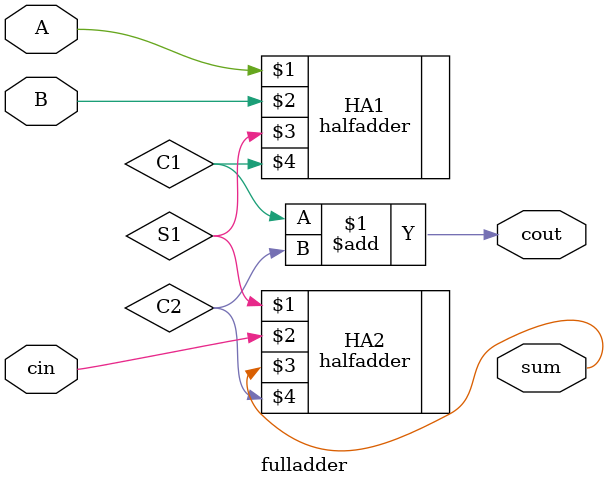
<source format=v>
module fulladder(input A, input B, input cin, output sum, output cout);
wire S1, C1, C2;
halfadder HA1 (A,B,S1,C1);
halfadder HA2 (S1, cin, sum, C2);
assign cout = C1 + C2;
endmodule

</source>
